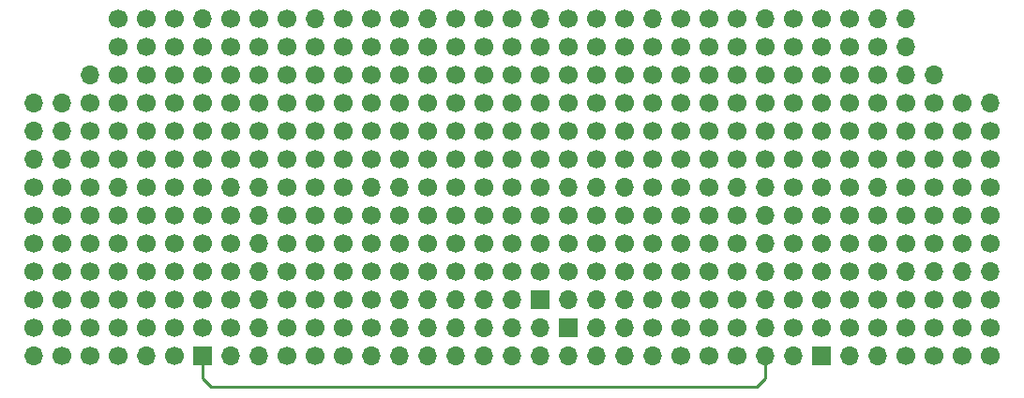
<source format=gbr>
G04 #@! TF.FileFunction,Copper,L2,Bot,Signal*
%FSLAX46Y46*%
G04 Gerber Fmt 4.6, Leading zero omitted, Abs format (unit mm)*
G04 Created by KiCad (PCBNEW 4.0.7-e2-6376~58~ubuntu16.04.1) date Mon Dec  4 17:26:15 2017*
%MOMM*%
%LPD*%
G01*
G04 APERTURE LIST*
%ADD10C,0.100000*%
%ADD11R,1.700000X1.700000*%
%ADD12O,1.700000X1.700000*%
%ADD13C,1.700000*%
%ADD14C,0.250000*%
G04 APERTURE END LIST*
D10*
D11*
X154940000Y-99060000D03*
D12*
X152400000Y-99060000D03*
X149860000Y-99060000D03*
X147320000Y-99060000D03*
D11*
X157480000Y-101600000D03*
D12*
X157480000Y-104140000D03*
X154940000Y-101600000D03*
X154940000Y-104140000D03*
X152400000Y-101600000D03*
X152400000Y-104140000D03*
X149860000Y-101600000D03*
X149860000Y-104140000D03*
X147320000Y-101600000D03*
X147320000Y-104140000D03*
D11*
X180340000Y-104140000D03*
D12*
X177800000Y-104140000D03*
X175260000Y-104140000D03*
X195580000Y-81280000D03*
D13*
X195580000Y-83820000D03*
X195580000Y-86360000D03*
X195580000Y-88900000D03*
X195580000Y-91440000D03*
X195580000Y-93980000D03*
X193040000Y-93980000D03*
X193040000Y-91440000D03*
X193040000Y-88900000D03*
X193040000Y-86360000D03*
X193040000Y-83820000D03*
X193040000Y-81280000D03*
X190500000Y-81280000D03*
X190500000Y-83820000D03*
X190500000Y-86360000D03*
X190500000Y-88900000D03*
X190500000Y-91440000D03*
X190500000Y-93980000D03*
X187960000Y-93980000D03*
X187960000Y-91440000D03*
X187960000Y-88900000D03*
X187960000Y-86360000D03*
X187960000Y-83820000D03*
X187960000Y-81280000D03*
D12*
X185420000Y-73660000D03*
D13*
X185420000Y-76200000D03*
X185420000Y-78740000D03*
X185420000Y-81280000D03*
X185420000Y-83820000D03*
X185420000Y-86360000D03*
X182880000Y-86360000D03*
X182880000Y-83820000D03*
X182880000Y-81280000D03*
X182880000Y-78740000D03*
X182880000Y-76200000D03*
X182880000Y-73660000D03*
X180340000Y-73660000D03*
X180340000Y-76200000D03*
X180340000Y-78740000D03*
X180340000Y-81280000D03*
X180340000Y-83820000D03*
X180340000Y-86360000D03*
X177800000Y-86360000D03*
X177800000Y-83820000D03*
X177800000Y-81280000D03*
X177800000Y-78740000D03*
X177800000Y-76200000D03*
X177800000Y-73660000D03*
D12*
X175260000Y-73660000D03*
D13*
X175260000Y-76200000D03*
X175260000Y-78740000D03*
X175260000Y-81280000D03*
X175260000Y-83820000D03*
X175260000Y-86360000D03*
X172720000Y-86360000D03*
X172720000Y-83820000D03*
X172720000Y-81280000D03*
X172720000Y-78740000D03*
X172720000Y-76200000D03*
X172720000Y-73660000D03*
X170180000Y-73660000D03*
X170180000Y-76200000D03*
X170180000Y-78740000D03*
X170180000Y-81280000D03*
X170180000Y-83820000D03*
X170180000Y-86360000D03*
X167640000Y-86360000D03*
X167640000Y-83820000D03*
X167640000Y-81280000D03*
X167640000Y-78740000D03*
X167640000Y-76200000D03*
X167640000Y-73660000D03*
D12*
X165100000Y-73660000D03*
D13*
X165100000Y-76200000D03*
X165100000Y-78740000D03*
X165100000Y-81280000D03*
X165100000Y-83820000D03*
X165100000Y-86360000D03*
X162560000Y-86360000D03*
X162560000Y-83820000D03*
X162560000Y-81280000D03*
X162560000Y-78740000D03*
X162560000Y-76200000D03*
X162560000Y-73660000D03*
X160020000Y-73660000D03*
X160020000Y-76200000D03*
X160020000Y-78740000D03*
X160020000Y-81280000D03*
X160020000Y-83820000D03*
X160020000Y-86360000D03*
X157480000Y-86360000D03*
X157480000Y-83820000D03*
X157480000Y-81280000D03*
X157480000Y-78740000D03*
X157480000Y-76200000D03*
X157480000Y-73660000D03*
D12*
X154940000Y-73660000D03*
D13*
X154940000Y-76200000D03*
X154940000Y-78740000D03*
X154940000Y-81280000D03*
X154940000Y-83820000D03*
X154940000Y-86360000D03*
X152400000Y-86360000D03*
X152400000Y-83820000D03*
X152400000Y-81280000D03*
X152400000Y-78740000D03*
X152400000Y-76200000D03*
X152400000Y-73660000D03*
X149860000Y-73660000D03*
X149860000Y-76200000D03*
X149860000Y-78740000D03*
X149860000Y-81280000D03*
X149860000Y-83820000D03*
X149860000Y-86360000D03*
X147320000Y-86360000D03*
X147320000Y-83820000D03*
X147320000Y-81280000D03*
X147320000Y-78740000D03*
X147320000Y-76200000D03*
X147320000Y-73660000D03*
D12*
X144780000Y-73660000D03*
D13*
X144780000Y-76200000D03*
X144780000Y-78740000D03*
X144780000Y-81280000D03*
X144780000Y-83820000D03*
X144780000Y-86360000D03*
X142240000Y-86360000D03*
X142240000Y-83820000D03*
X142240000Y-81280000D03*
X142240000Y-78740000D03*
X142240000Y-76200000D03*
X142240000Y-73660000D03*
X139700000Y-73660000D03*
X139700000Y-76200000D03*
X139700000Y-78740000D03*
X139700000Y-81280000D03*
X139700000Y-83820000D03*
X139700000Y-86360000D03*
X137160000Y-86360000D03*
X137160000Y-83820000D03*
X137160000Y-81280000D03*
X137160000Y-78740000D03*
X137160000Y-76200000D03*
X137160000Y-73660000D03*
D12*
X134620000Y-73660000D03*
D13*
X134620000Y-76200000D03*
X134620000Y-78740000D03*
X134620000Y-81280000D03*
X134620000Y-83820000D03*
X134620000Y-86360000D03*
X132080000Y-86360000D03*
X132080000Y-83820000D03*
X132080000Y-81280000D03*
X132080000Y-78740000D03*
X132080000Y-76200000D03*
X132080000Y-73660000D03*
X129540000Y-73660000D03*
X129540000Y-76200000D03*
X129540000Y-78740000D03*
X129540000Y-81280000D03*
X129540000Y-83820000D03*
X129540000Y-86360000D03*
X127000000Y-86360000D03*
X127000000Y-83820000D03*
X127000000Y-81280000D03*
X127000000Y-78740000D03*
X127000000Y-76200000D03*
X127000000Y-73660000D03*
D12*
X124460000Y-73660000D03*
D13*
X124460000Y-76200000D03*
X124460000Y-78740000D03*
X124460000Y-81280000D03*
X124460000Y-83820000D03*
X124460000Y-86360000D03*
X121920000Y-86360000D03*
X121920000Y-83820000D03*
X121920000Y-81280000D03*
X121920000Y-78740000D03*
X121920000Y-76200000D03*
X121920000Y-73660000D03*
X119380000Y-73660000D03*
X119380000Y-76200000D03*
X119380000Y-78740000D03*
X119380000Y-81280000D03*
X119380000Y-83820000D03*
X119380000Y-86360000D03*
X116840000Y-86360000D03*
X116840000Y-83820000D03*
X116840000Y-81280000D03*
X116840000Y-78740000D03*
X116840000Y-76200000D03*
X116840000Y-73660000D03*
D12*
X127000000Y-88900000D03*
D13*
X127000000Y-91440000D03*
X127000000Y-93980000D03*
X127000000Y-96520000D03*
X127000000Y-99060000D03*
X127000000Y-101600000D03*
X124460000Y-101600000D03*
X124460000Y-99060000D03*
X124460000Y-96520000D03*
X124460000Y-93980000D03*
X124460000Y-91440000D03*
X124460000Y-88900000D03*
X121920000Y-88900000D03*
X121920000Y-91440000D03*
X121920000Y-93980000D03*
X121920000Y-96520000D03*
X121920000Y-99060000D03*
X121920000Y-101600000D03*
X119380000Y-101600000D03*
X119380000Y-99060000D03*
X119380000Y-96520000D03*
X119380000Y-93980000D03*
X119380000Y-91440000D03*
X119380000Y-88900000D03*
D12*
X116840000Y-88900000D03*
D13*
X116840000Y-91440000D03*
X116840000Y-93980000D03*
X116840000Y-96520000D03*
X116840000Y-99060000D03*
X116840000Y-101600000D03*
X114300000Y-101600000D03*
X114300000Y-99060000D03*
X114300000Y-96520000D03*
X114300000Y-93980000D03*
X114300000Y-91440000D03*
X114300000Y-88900000D03*
X111760000Y-88900000D03*
X111760000Y-91440000D03*
X111760000Y-93980000D03*
X111760000Y-96520000D03*
X111760000Y-99060000D03*
X111760000Y-101600000D03*
X109220000Y-101600000D03*
X109220000Y-99060000D03*
X109220000Y-96520000D03*
X109220000Y-93980000D03*
X109220000Y-91440000D03*
X109220000Y-88900000D03*
D12*
X139700000Y-88900000D03*
D13*
X139700000Y-91440000D03*
X139700000Y-93980000D03*
X139700000Y-96520000D03*
X139700000Y-99060000D03*
X139700000Y-101600000D03*
X137160000Y-101600000D03*
X137160000Y-99060000D03*
X137160000Y-96520000D03*
X137160000Y-93980000D03*
X137160000Y-91440000D03*
X137160000Y-88900000D03*
X134620000Y-88900000D03*
X134620000Y-91440000D03*
X134620000Y-93980000D03*
X134620000Y-96520000D03*
X134620000Y-99060000D03*
X134620000Y-101600000D03*
X132080000Y-101600000D03*
X132080000Y-99060000D03*
X132080000Y-96520000D03*
X132080000Y-93980000D03*
X132080000Y-91440000D03*
X132080000Y-88900000D03*
D12*
X172720000Y-88900000D03*
D13*
X172720000Y-91440000D03*
X172720000Y-93980000D03*
X172720000Y-96520000D03*
X172720000Y-99060000D03*
X172720000Y-101600000D03*
X170180000Y-101600000D03*
X170180000Y-99060000D03*
X170180000Y-96520000D03*
X170180000Y-93980000D03*
X170180000Y-91440000D03*
X170180000Y-88900000D03*
X167640000Y-88900000D03*
X167640000Y-91440000D03*
X167640000Y-93980000D03*
X167640000Y-96520000D03*
X167640000Y-99060000D03*
X167640000Y-101600000D03*
X165100000Y-101600000D03*
X165100000Y-99060000D03*
X165100000Y-96520000D03*
X165100000Y-93980000D03*
X165100000Y-91440000D03*
X165100000Y-88900000D03*
D12*
X142240000Y-88900000D03*
D13*
X144780000Y-88900000D03*
X147320000Y-88900000D03*
X149860000Y-88900000D03*
X152400000Y-88900000D03*
X154940000Y-88900000D03*
X154940000Y-91440000D03*
X152400000Y-91440000D03*
X149860000Y-91440000D03*
X147320000Y-91440000D03*
X144780000Y-91440000D03*
X142240000Y-91440000D03*
X142240000Y-93980000D03*
X144780000Y-93980000D03*
X147320000Y-93980000D03*
X149860000Y-93980000D03*
X152400000Y-93980000D03*
X154940000Y-93980000D03*
X154940000Y-96520000D03*
X152400000Y-96520000D03*
X149860000Y-96520000D03*
X147320000Y-96520000D03*
X144780000Y-96520000D03*
X142240000Y-96520000D03*
D12*
X185420000Y-88900000D03*
D13*
X185420000Y-91440000D03*
X185420000Y-93980000D03*
X185420000Y-96520000D03*
X185420000Y-99060000D03*
X185420000Y-101600000D03*
X182880000Y-101600000D03*
X182880000Y-99060000D03*
X182880000Y-96520000D03*
X182880000Y-93980000D03*
X182880000Y-91440000D03*
X182880000Y-88900000D03*
X180340000Y-88900000D03*
X180340000Y-91440000D03*
X180340000Y-93980000D03*
X180340000Y-96520000D03*
X180340000Y-99060000D03*
X180340000Y-101600000D03*
X177800000Y-101600000D03*
X177800000Y-99060000D03*
X177800000Y-96520000D03*
X177800000Y-93980000D03*
X177800000Y-91440000D03*
X177800000Y-88900000D03*
D12*
X114300000Y-78740000D03*
D13*
X114300000Y-81280000D03*
X114300000Y-83820000D03*
X114300000Y-86360000D03*
D12*
X109220000Y-104140000D03*
D13*
X111760000Y-104140000D03*
X114300000Y-104140000D03*
X116840000Y-104140000D03*
D12*
X119380000Y-104140000D03*
D13*
X121920000Y-104140000D03*
D12*
X129540000Y-104140000D03*
D13*
X132080000Y-104140000D03*
X134620000Y-104140000D03*
X137160000Y-104140000D03*
D12*
X162560000Y-88900000D03*
D13*
X162560000Y-91440000D03*
X162560000Y-93980000D03*
X162560000Y-96520000D03*
D12*
X160020000Y-88900000D03*
D13*
X160020000Y-91440000D03*
X160020000Y-93980000D03*
X160020000Y-96520000D03*
D12*
X157480000Y-88900000D03*
D13*
X157480000Y-91440000D03*
X157480000Y-93980000D03*
X157480000Y-96520000D03*
D12*
X165100000Y-104140000D03*
D13*
X167640000Y-104140000D03*
X170180000Y-104140000D03*
X172720000Y-104140000D03*
D12*
X195580000Y-96520000D03*
D13*
X195580000Y-99060000D03*
X195580000Y-101600000D03*
X195580000Y-104140000D03*
D12*
X193040000Y-96520000D03*
D13*
X193040000Y-99060000D03*
X193040000Y-101600000D03*
X193040000Y-104140000D03*
D12*
X190500000Y-96520000D03*
D13*
X190500000Y-99060000D03*
X190500000Y-101600000D03*
X190500000Y-104140000D03*
D12*
X187960000Y-96520000D03*
D13*
X187960000Y-99060000D03*
X187960000Y-101600000D03*
X187960000Y-104140000D03*
D12*
X185420000Y-104140000D03*
X182880000Y-104140000D03*
X187960000Y-73660000D03*
X187960000Y-76200000D03*
X187960000Y-78740000D03*
X190500000Y-78740000D03*
X111760000Y-81280000D03*
X109220000Y-81280000D03*
X109220000Y-83820000D03*
X111760000Y-83820000D03*
X109220000Y-86360000D03*
X111760000Y-86360000D03*
X129540000Y-88900000D03*
X129540000Y-101600000D03*
X129540000Y-99060000D03*
X129540000Y-91440000D03*
X139700000Y-104140000D03*
X142240000Y-104140000D03*
X142240000Y-101600000D03*
X142240000Y-99060000D03*
X144780000Y-99060000D03*
X144780000Y-101600000D03*
X144780000Y-104140000D03*
X157480000Y-99060000D03*
X160020000Y-99060000D03*
X162560000Y-99060000D03*
X162560000Y-101600000D03*
X160020000Y-101600000D03*
X160020000Y-104140000D03*
X162560000Y-104140000D03*
X175260000Y-101600000D03*
X175260000Y-99060000D03*
X175260000Y-91440000D03*
X175260000Y-88900000D03*
X175260000Y-93980000D03*
X175260000Y-96520000D03*
X129540000Y-93980000D03*
X129540000Y-96520000D03*
D11*
X124460000Y-104140000D03*
D12*
X127000000Y-104140000D03*
D14*
X124460000Y-104140000D02*
X124460000Y-106172000D01*
X175260000Y-106172000D02*
X175260000Y-104140000D01*
X174498000Y-106934000D02*
X175260000Y-106172000D01*
X125222000Y-106934000D02*
X174498000Y-106934000D01*
X124460000Y-106172000D02*
X125222000Y-106934000D01*
M02*

</source>
